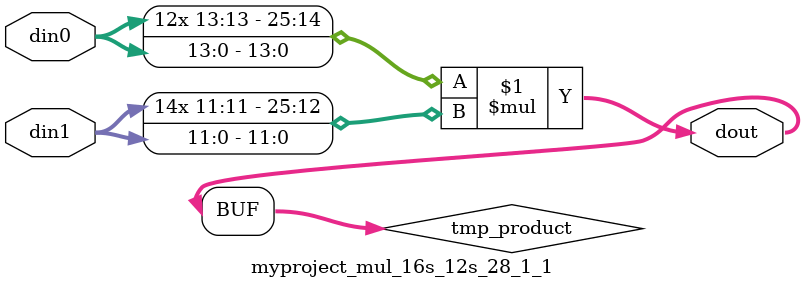
<source format=v>

`timescale 1 ns / 1 ps

  module myproject_mul_16s_12s_28_1_1(din0, din1, dout);
parameter ID = 1;
parameter NUM_STAGE = 0;
parameter din0_WIDTH = 14;
parameter din1_WIDTH = 12;
parameter dout_WIDTH = 26;

input [din0_WIDTH - 1 : 0] din0; 
input [din1_WIDTH - 1 : 0] din1; 
output [dout_WIDTH - 1 : 0] dout;

wire signed [dout_WIDTH - 1 : 0] tmp_product;













assign tmp_product = $signed(din0) * $signed(din1);








assign dout = tmp_product;







endmodule

</source>
